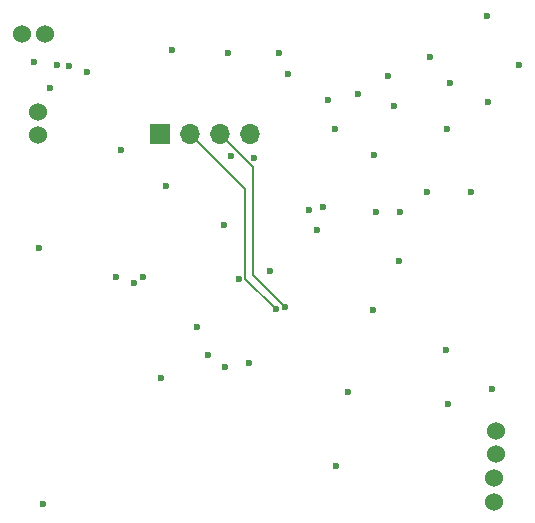
<source format=gbr>
%TF.GenerationSoftware,KiCad,Pcbnew,8.0.8*%
%TF.CreationDate,2025-05-29T10:28:59-04:00*%
%TF.ProjectId,GF24,47463234-2e6b-4696-9361-645f70636258,rev?*%
%TF.SameCoordinates,Original*%
%TF.FileFunction,Copper,L3,Inr*%
%TF.FilePolarity,Positive*%
%FSLAX46Y46*%
G04 Gerber Fmt 4.6, Leading zero omitted, Abs format (unit mm)*
G04 Created by KiCad (PCBNEW 8.0.8) date 2025-05-29 10:28:59*
%MOMM*%
%LPD*%
G01*
G04 APERTURE LIST*
%TA.AperFunction,ComponentPad*%
%ADD10C,1.524000*%
%TD*%
%TA.AperFunction,ComponentPad*%
%ADD11R,1.700000X1.700000*%
%TD*%
%TA.AperFunction,ComponentPad*%
%ADD12O,1.700000X1.700000*%
%TD*%
%TA.AperFunction,ViaPad*%
%ADD13C,0.600000*%
%TD*%
%TA.AperFunction,Conductor*%
%ADD14C,0.160000*%
%TD*%
G04 APERTURE END LIST*
D10*
%TO.N,BAT+*%
%TO.C,SW1*%
X91000000Y-90000000D03*
%TO.N,/REG_I*%
X91000000Y-92000000D03*
%TD*%
D11*
%TO.N,+3V3*%
%TO.C,J4*%
X62700000Y-60875000D03*
D12*
%TO.N,/DEBUG_ST_TX*%
X65240000Y-60875000D03*
%TO.N,/DEBUG_ST_RX*%
X67779999Y-60875000D03*
%TO.N,GND*%
X70320000Y-60875000D03*
%TD*%
D10*
%TO.N,/MODE-H*%
%TO.C,SW4*%
X52387500Y-61000000D03*
%TO.N,GND*%
X52387500Y-59000000D03*
%TD*%
%TO.N,BAT+*%
%TO.C,BT1*%
X91112500Y-86000000D03*
%TO.N,GND*%
X91112500Y-88000000D03*
%TD*%
%TO.N,/ACT-H*%
%TO.C,SW5*%
X51000000Y-52387500D03*
%TO.N,GND*%
X53000000Y-52387500D03*
%TD*%
D13*
%TO.N,BAT+*%
X85300000Y-65800000D03*
X90800000Y-82500000D03*
%TO.N,GND*%
X63200000Y-65300000D03*
X54000000Y-55000000D03*
X62750000Y-81500000D03*
X52800000Y-92200000D03*
X70700000Y-62900000D03*
X86900000Y-79200000D03*
X77500000Y-60500000D03*
X78600000Y-82700000D03*
X87100000Y-83700000D03*
X60500000Y-73500000D03*
X80700000Y-75800000D03*
X68100000Y-68600000D03*
X81000000Y-67500000D03*
X52500000Y-70500000D03*
X77600000Y-89000000D03*
X87267008Y-56560042D03*
X68200000Y-80600000D03*
X76500000Y-67100000D03*
X89000000Y-65750000D03*
%TO.N,NRST*%
X85600000Y-54400000D03*
X69400000Y-73200000D03*
X59000000Y-73000000D03*
X61250000Y-73000000D03*
%TO.N,MODE*%
X68700000Y-62705002D03*
X76900000Y-58000000D03*
%TO.N,/SWDCLK*%
X90400000Y-50900000D03*
X75300000Y-67300000D03*
%TO.N,/SWDIO*%
X82900000Y-71600000D03*
X90500000Y-58200000D03*
%TO.N,/USBC+*%
X80800000Y-62700000D03*
X83000000Y-67449999D03*
X79500000Y-57500000D03*
%TO.N,/ACT-H*%
X55000000Y-55100000D03*
X53400000Y-57000000D03*
%TO.N,/MODE-H*%
X73500000Y-55800000D03*
%TO.N,STATG*%
X63750000Y-53750000D03*
%TO.N,STATR*%
X68500000Y-54000000D03*
%TO.N,GNSS-RX*%
X65800000Y-77200000D03*
%TO.N,GNSS-TIMEPULSE*%
X70250000Y-80250000D03*
%TO.N,GNSS-TX*%
X66800000Y-79600000D03*
%TO.N,GNSS-N-RESET*%
X72000000Y-72500000D03*
%TO.N,STATGPS*%
X72750000Y-54000000D03*
%TO.N,+3V3*%
X93100000Y-55000000D03*
X76000000Y-69000000D03*
X56500000Y-55600000D03*
X59400000Y-62200000D03*
X52000000Y-54800000D03*
%TO.N,NFAULT*%
X82500000Y-58500000D03*
X87000000Y-60500000D03*
%TO.N,NCHRG*%
X82000000Y-56000000D03*
%TO.N,/DEBUG_ST_TX*%
X72500000Y-75700000D03*
%TO.N,/DEBUG_ST_RX*%
X73300000Y-75500000D03*
%TD*%
D14*
%TO.N,/DEBUG_ST_TX*%
X69930000Y-65565000D02*
X69930000Y-73130000D01*
X65240000Y-60875000D02*
X69930000Y-65565000D01*
X69930000Y-73130000D02*
X72500000Y-75700000D01*
%TO.N,/DEBUG_ST_RX*%
X73300000Y-75500000D02*
X70600000Y-72800000D01*
X70600000Y-63695001D02*
X67779999Y-60875000D01*
X70600000Y-72800000D02*
X70600000Y-63695001D01*
%TD*%
M02*

</source>
